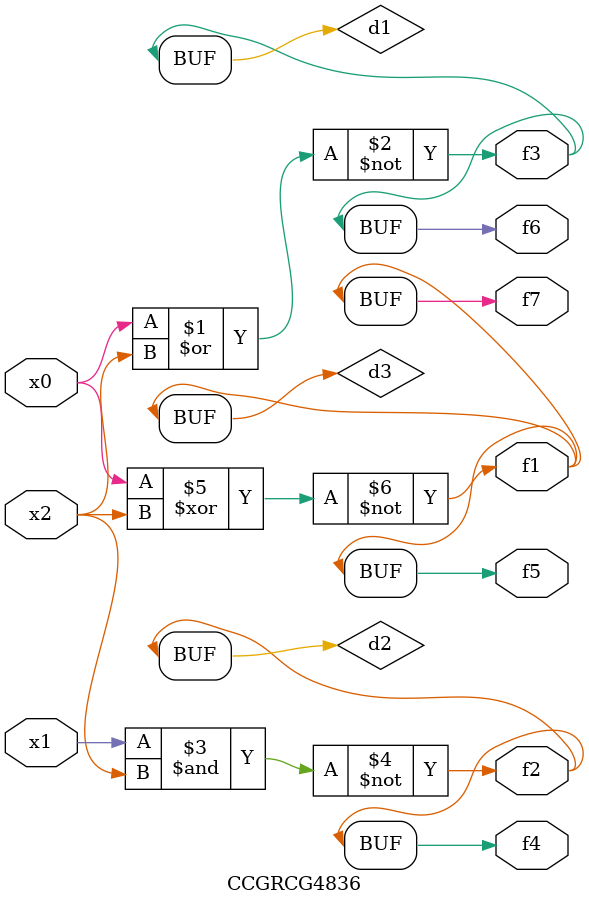
<source format=v>
module CCGRCG4836(
	input x0, x1, x2,
	output f1, f2, f3, f4, f5, f6, f7
);

	wire d1, d2, d3;

	nor (d1, x0, x2);
	nand (d2, x1, x2);
	xnor (d3, x0, x2);
	assign f1 = d3;
	assign f2 = d2;
	assign f3 = d1;
	assign f4 = d2;
	assign f5 = d3;
	assign f6 = d1;
	assign f7 = d3;
endmodule

</source>
